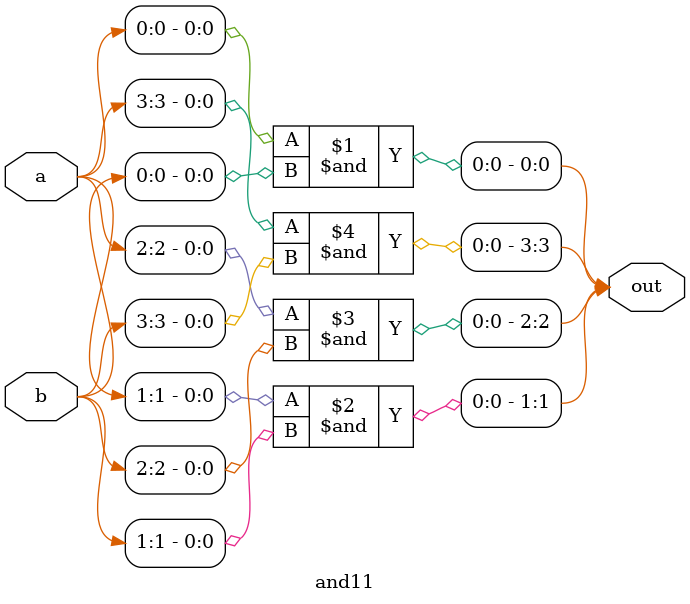
<source format=v>
module and11 (
    input wire [3:0] a,
    input wire [3:0] b,
    output wire [3:0] out
);

assign out = {a[3] & b[3], a[2] & b[2], a[1] & b[1], a[0] & b[0]};

endmodule

</source>
